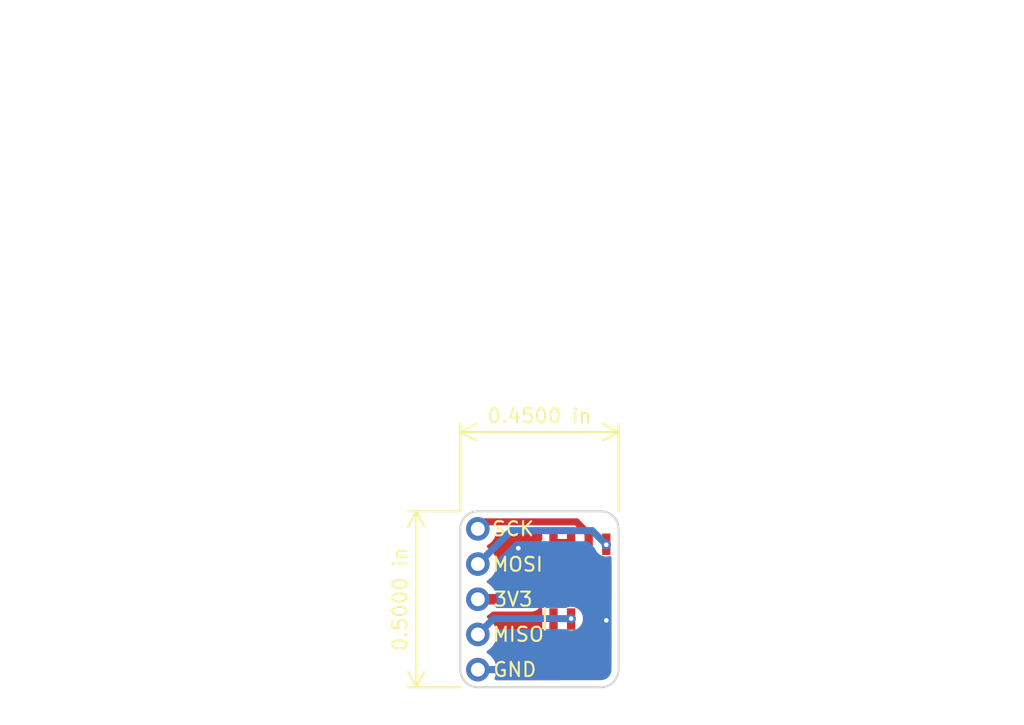
<source format=kicad_pcb>
(kicad_pcb (version 20190331) (host pcbnew "6.0.0-unknown-f877548~86~ubuntu18.04.1")

  (general
    (thickness 1.6)
    (drawings 32)
    (tracks 25)
    (modules 3)
    (nets 7)
  )

  (page "USLetter")
  (title_block
    (company "Released under the CERN Open Hardware License v1.2")
    (comment 1 "jenner@wickerbox.net - http://wickerbox.net")
    (comment 2 "Designed by Jenner at Wickerbox Electronics")
  )

  (layers
    (0 "F.Cu" signal)
    (31 "B.Cu" signal)
    (34 "B.Paste" user)
    (35 "F.Paste" user)
    (36 "B.SilkS" user)
    (37 "F.SilkS" user)
    (38 "B.Mask" user)
    (39 "F.Mask" user)
    (44 "Edge.Cuts" user)
    (46 "B.CrtYd" user)
    (47 "F.CrtYd" user)
    (48 "B.Fab" user)
    (49 "F.Fab" user)
  )

  (setup
    (last_trace_width 0.508)
    (user_trace_width 0.1524)
    (user_trace_width 0.254)
    (user_trace_width 0.3302)
    (user_trace_width 0.508)
    (user_trace_width 0.762)
    (user_trace_width 1.27)
    (trace_clearance 0.254)
    (zone_clearance 0.508)
    (zone_45_only no)
    (trace_min 0.1524)
    (via_size 0.6858)
    (via_drill 0.3302)
    (via_min_size 0.6858)
    (via_min_drill 0.3302)
    (user_via 0.6858 0.3302)
    (user_via 0.762 0.4064)
    (user_via 0.8636 0.508)
    (uvia_size 0.6858)
    (uvia_drill 0.3302)
    (uvias_allowed no)
    (uvia_min_size 0)
    (uvia_min_drill 0)
    (edge_width 0.1524)
    (segment_width 0.1524)
    (pcb_text_width 0.1524)
    (pcb_text_size 1.016 1.016)
    (mod_edge_width 0.1524)
    (mod_text_size 1.016 1.016)
    (mod_text_width 0.1524)
    (pad_size 1.524 1.524)
    (pad_drill 0.762)
    (pad_to_mask_clearance 0.0762)
    (solder_mask_min_width 0.1016)
    (pad_to_paste_clearance -0.0762)
    (aux_axis_origin 0 0)
    (visible_elements FFFFDF7D)
    (pcbplotparams
      (layerselection 0x310fc_80000001)
      (usegerberextensions true)
      (usegerberattributes false)
      (usegerberadvancedattributes false)
      (creategerberjobfile false)
      (excludeedgelayer true)
      (linewidth 0.100000)
      (plotframeref false)
      (viasonmask false)
      (mode 1)
      (useauxorigin false)
      (hpglpennumber 1)
      (hpglpenspeed 20)
      (hpglpendiameter 15.000000)
      (psnegative false)
      (psa4output false)
      (plotreference true)
      (plotvalue true)
      (plotinvisibletext false)
      (padsonsilk false)
      (subtractmaskfromsilk false)
      (outputformat 1)
      (mirror false)
      (drillshape 0)
      (scaleselection 1)
      (outputdirectory "gerbers"))
  )

  (net 0 "")
  (net 1 "GND")
  (net 2 "+3V3")
  (net 3 "/MISO")
  (net 4 "/MOSI")
  (net 5 "/SCK")
  (net 6 "/CS")

  (net_class "Default" "This is the default net class."
    (clearance 0.254)
    (trace_width 0.254)
    (via_dia 0.6858)
    (via_drill 0.3302)
    (uvia_dia 0.6858)
    (uvia_drill 0.3302)
    (add_net "+3V3")
    (add_net "/CS")
    (add_net "/MISO")
    (add_net "/MOSI")
    (add_net "/SCK")
    (add_net "GND")
  )

  (module "Flash_breakout:PinSocket_1x05_P2.54mm_Vertical" (layer "F.Cu") (tedit 5CCD178F) (tstamp 5CCD7651)
    (at 139.065 113.03)
    (descr "Through hole straight socket strip, 1x05, 2.54mm pitch, single row (from Kicad 4.0.7), script generated")
    (tags "Through hole socket strip THT 1x05 2.54mm single row")
    (path "/5CCD49EC")
    (fp_text reference "J1" (at 0 -2.77) (layer "F.Fab")
      (effects (font (size 1 1) (thickness 0.15)))
    )
    (fp_text value "Conn_01x05" (at 0.635 12.93) (layer "F.Fab")
      (effects (font (size 1 1) (thickness 0.15)))
    )
    (fp_text user "%R" (at 0 -4.445 180) (layer "F.Fab")
      (effects (font (size 1 1) (thickness 0.15)))
    )
    (pad "1" thru_hole circle (at 0 0) (size 1.7 1.7) (drill 1) (layers *.Cu *.Mask)
      (net 5 "/SCK"))
    (pad "2" thru_hole oval (at 0 2.54) (size 1.7 1.7) (drill 1) (layers *.Cu *.Mask)
      (net 4 "/MOSI"))
    (pad "3" thru_hole oval (at 0 5.08) (size 1.7 1.7) (drill 1) (layers *.Cu *.Mask)
      (net 2 "+3V3"))
    (pad "4" thru_hole oval (at 0 7.62) (size 1.7 1.7) (drill 1) (layers *.Cu *.Mask)
      (net 3 "/MISO"))
    (pad "5" thru_hole oval (at 0 10.16) (size 1.7 1.7) (drill 1) (layers *.Cu *.Mask)
      (net 1 "GND"))
  )

  (module "Flash_breakout:SOIC-8_3.9x4.9mm_P1.27mm" (layer "F.Cu") (tedit 5CCD1785) (tstamp 5CCD7AB4)
    (at 146.431 116.84 90)
    (descr "8-Lead Plastic Small Outline (SN) - Narrow, 3.90 mm Body [SOIC] (see Microchip Packaging Specification http://ww1.microchip.com/downloads/en/PackagingSpec/00000049BQ.pdf)")
    (tags "SOIC 1.27")
    (path "/5CCC88B2")
    (attr smd)
    (fp_text reference "U1" (at 4.440001 0 180) (layer "F.Fab")
      (effects (font (size 1 1) (thickness 0.15)))
    )
    (fp_text value "SPIFLASH_SOIC8208MIL" (at -9.529999 -1.905 180) (layer "F.Fab")
      (effects (font (size 1 1) (thickness 0.15)))
    )
    (fp_line (start -1.905 -2.525) (end -3.475 -2.525) (layer "F.SilkS") (width 0.15))
    (fp_text user "%R" (at 0 0 90) (layer "F.Fab")
      (effects (font (size 1 1) (thickness 0.15)))
    )
    (pad "8" smd rect (at 2.7 -1.905 90) (size 1.55 0.6) (layers "F.Cu" "F.Paste" "F.Mask")
      (net 2 "+3V3"))
    (pad "7" smd rect (at 2.7 -0.635 90) (size 1.55 0.6) (layers "F.Cu" "F.Paste" "F.Mask")
      (net 2 "+3V3"))
    (pad "6" smd rect (at 2.7 0.635 90) (size 1.55 0.6) (layers "F.Cu" "F.Paste" "F.Mask")
      (net 5 "/SCK"))
    (pad "5" smd rect (at 2.7 1.905 90) (size 1.55 0.6) (layers "F.Cu" "F.Paste" "F.Mask")
      (net 4 "/MOSI"))
    (pad "4" smd rect (at -2.7 1.905 90) (size 1.55 0.6) (layers "F.Cu" "F.Paste" "F.Mask")
      (net 1 "GND"))
    (pad "3" smd rect (at -2.7 0.635 90) (size 1.55 0.6) (layers "F.Cu" "F.Paste" "F.Mask")
      (net 2 "+3V3"))
    (pad "2" smd rect (at -2.7 -0.635 90) (size 1.55 0.6) (layers "F.Cu" "F.Paste" "F.Mask")
      (net 3 "/MISO"))
    (pad "1" smd rect (at -2.7 -1.905 90) (size 1.55 0.6) (layers "F.Cu" "F.Paste" "F.Mask")
      (net 6 "/CS"))
    (model "${KISYS3DMOD}/Package_SO.3dshapes/SOIC-8_3.9x4.9mm_P1.27mm.wrl"
      (at (xyz 0 0 0))
      (scale (xyz 1 1 1))
      (rotate (xyz 0 0 0))
    )
  )

  (module "Flash_breakout:R_0805_2012Metric_Pad1.15x1.40mm_HandSolder" (layer "F.Cu") (tedit 5CCD172C) (tstamp 5CCD7BBC)
    (at 146.685 122.555 180)
    (descr "Resistor SMD 0805 (2012 Metric), square (rectangular) end terminal, IPC_7351 nominal with elongated pad for handsoldering. (Body size source: https://docs.google.com/spreadsheets/d/1BsfQQcO9C6DZCsRaXUlFlo91Tg2WpOkGARC1WS5S8t0/edit?usp=sharing), generated with kicad-footprint-generator")
    (tags "resistor handsolder")
    (path "/5CCD4064")
    (attr smd)
    (fp_text reference "R1" (at -2.54 0 90) (layer "F.Fab")
      (effects (font (size 1 1) (thickness 0.15)))
    )
    (fp_text value "R" (at -2.54 0 90) (layer "F.Fab")
      (effects (font (size 1 1) (thickness 0.15)))
    )
    (fp_text user "%R" (at 0 0 180) (layer "F.Fab")
      (effects (font (size 0.5 0.5) (thickness 0.08)))
    )
    (fp_line (start 1 -0.6) (end 1 0.6) (layer "F.Fab") (width 0.1))
    (fp_line (start -1 0.6) (end -1 -0.6) (layer "F.Fab") (width 0.1))
    (pad "2" smd roundrect (at 1.025 0 180) (size 1.15 1.4) (layers "F.Cu" "F.Paste" "F.Mask") (roundrect_rratio 0.217391)
      (net 6 "/CS"))
    (pad "1" smd roundrect (at -1.025 0 180) (size 1.15 1.4) (layers "F.Cu" "F.Paste" "F.Mask") (roundrect_rratio 0.217391)
      (net 2 "+3V3"))
    (model "${KISYS3DMOD}/Resistor_SMD.3dshapes/R_0805_2012Metric.wrl"
      (at (xyz 0 0 0))
      (scale (xyz 1 1 1))
      (rotate (xyz 0 0 0))
    )
  )

  (gr_text "GND" (at 141.732 123.19) (layer "F.SilkS") (tstamp 5CCD7AF1)
    (effects (font (size 1.016 1.016) (thickness 0.1524)))
  )
  (gr_text "MISO" (at 141.986 120.65) (layer "F.SilkS") (tstamp 5CCD7AEF)
    (effects (font (size 1.016 1.016) (thickness 0.1524)))
  )
  (gr_text "3V3" (at 141.605 118.11) (layer "F.SilkS") (tstamp 5CCD7AED)
    (effects (font (size 1.016 1.016) (thickness 0.1524)))
  )
  (gr_text "MOSI" (at 141.9352 115.5954) (layer "F.SilkS") (tstamp 5CCD7AEB)
    (effects (font (size 1 1) (thickness 0.1524)))
  )
  (gr_text "SCK" (at 141.605 113.03) (layer "F.SilkS")
    (effects (font (size 1.016 1.016) (thickness 0.1524)))
  )
  (dimension 11.43 (width 0.1524) (layer "F.SilkS")
    (gr_text "11.430 mm" (at 143.51 104.7242) (layer "F.SilkS")
      (effects (font (size 1.016 1.016) (thickness 0.1524)))
    )
    (feature1 (pts (xy 149.225 111.76) (xy 149.225 105.458579)))
    (feature2 (pts (xy 137.795 111.76) (xy 137.795 105.458579)))
    (crossbar (pts (xy 137.795 106.045) (xy 149.225 106.045)))
    (arrow1a (pts (xy 149.225 106.045) (xy 148.098496 106.631421)))
    (arrow1b (pts (xy 149.225 106.045) (xy 148.098496 105.458579)))
    (arrow2a (pts (xy 137.795 106.045) (xy 138.921504 106.631421)))
    (arrow2b (pts (xy 137.795 106.045) (xy 138.921504 105.458579)))
  )
  (dimension 12.7 (width 0.1524) (layer "F.SilkS")
    (gr_text "12.700 mm" (at 133.2992 118.11 90) (layer "F.SilkS")
      (effects (font (size 1.016 1.016) (thickness 0.1524)))
    )
    (feature1 (pts (xy 137.795 111.76) (xy 134.033579 111.76)))
    (feature2 (pts (xy 137.795 124.46) (xy 134.033579 124.46)))
    (crossbar (pts (xy 134.62 124.46) (xy 134.62 111.76)))
    (arrow1a (pts (xy 134.62 111.76) (xy 135.206421 112.886504)))
    (arrow1b (pts (xy 134.62 111.76) (xy 134.033579 112.886504)))
    (arrow2a (pts (xy 134.62 124.46) (xy 135.206421 123.333496)))
    (arrow2b (pts (xy 134.62 124.46) (xy 134.033579 123.333496)))
  )
  (gr_arc (start 139.065 123.19) (end 137.795 123.19) (angle -90) (layer "Edge.Cuts") (width 0.1524) (tstamp 5CCD769C))
  (gr_arc (start 147.955 123.19) (end 147.955 124.46) (angle -90) (layer "Edge.Cuts") (width 0.1524) (tstamp 5CCD7697))
  (gr_arc (start 147.955 113.03) (end 149.225 113.03) (angle -90) (layer "Edge.Cuts") (width 0.1524) (tstamp 5CCD7692))
  (gr_arc (start 139.065 113.03) (end 139.065 111.76) (angle -90) (layer "Edge.Cuts") (width 0.1524))
  (gr_line (start 137.795 123.19) (end 137.795 113.03) (layer "Edge.Cuts") (width 0.1524) (tstamp 5CCD6D21))
  (gr_line (start 147.955 124.46) (end 139.065 124.46) (layer "Edge.Cuts") (width 0.1524))
  (gr_line (start 149.225 113.03) (end 149.225 123.19) (layer "Edge.Cuts") (width 0.1524))
  (gr_line (start 139.065 111.76) (end 147.955 111.76) (layer "Edge.Cuts") (width 0.1524))
  (gr_circle (center 117.348 76.962) (end 118.618 76.962) (layer "Dwgs.User") (width 0.15))
  (gr_line (start 114.427 78.994) (end 114.427 74.93) (angle 90) (layer "Dwgs.User") (width 0.15))
  (gr_line (start 120.269 78.994) (end 114.427 78.994) (angle 90) (layer "Dwgs.User") (width 0.15))
  (gr_line (start 120.269 74.93) (end 120.269 78.994) (angle 90) (layer "Dwgs.User") (width 0.15))
  (gr_line (start 114.427 74.93) (end 120.269 74.93) (angle 90) (layer "Dwgs.User") (width 0.15))
  (gr_line (start 120.523 93.98) (end 104.648 93.98) (angle 90) (layer "Dwgs.User") (width 0.15))
  (gr_line (start 173.355 102.235) (end 173.355 94.615) (angle 90) (layer "Dwgs.User") (width 0.15))
  (gr_line (start 178.435 102.235) (end 173.355 102.235) (angle 90) (layer "Dwgs.User") (width 0.15))
  (gr_line (start 178.435 94.615) (end 178.435 102.235) (angle 90) (layer "Dwgs.User") (width 0.15))
  (gr_line (start 173.355 94.615) (end 178.435 94.615) (angle 90) (layer "Dwgs.User") (width 0.15))
  (gr_line (start 109.093 123.19) (end 109.093 114.3) (angle 90) (layer "Dwgs.User") (width 0.15))
  (gr_line (start 122.428 123.19) (end 109.093 123.19) (angle 90) (layer "Dwgs.User") (width 0.15))
  (gr_line (start 122.428 114.3) (end 122.428 123.19) (angle 90) (layer "Dwgs.User") (width 0.15))
  (gr_line (start 109.093 114.3) (end 122.428 114.3) (angle 90) (layer "Dwgs.User") (width 0.15))
  (gr_line (start 104.648 93.98) (end 104.648 82.55) (angle 90) (layer "Dwgs.User") (width 0.15))
  (gr_line (start 120.523 82.55) (end 120.523 93.98) (angle 90) (layer "Dwgs.User") (width 0.15))
  (gr_line (start 104.648 82.55) (end 120.523 82.55) (angle 90) (layer "Dwgs.User") (width 0.15))

  (via (at 148.336 119.634) (size 0.6858) (drill 0.3302) (layers "F.Cu" "B.Cu") (net 1))
  (via (at 141.986 114.427) (size 0.6858) (drill 0.3302) (layers "F.Cu" "B.Cu") (net 1))
  (via (at 145.796 119.507) (size 0.6858) (drill 0.3302) (layers "F.Cu" "B.Cu") (net 3))
  (via (at 148.336 114.173) (size 0.6858) (drill 0.3302) (layers "F.Cu" "B.Cu") (net 4))
  (segment (start 147.066 121.911) (end 147.066 119.54) (width 0.762) (layer "F.Cu") (net 2))
  (segment (start 147.71 122.555) (end 147.066 121.911) (width 0.762) (layer "F.Cu") (net 2))
  (segment (start 144.526 114.14) (end 145.796 114.14) (width 0.762) (layer "F.Cu") (net 2))
  (segment (start 142.875 118.11) (end 144.526 116.459) (width 0.762) (layer "F.Cu") (net 2))
  (segment (start 144.526 116.459) (end 144.526 114.14) (width 0.762) (layer "F.Cu") (net 2))
  (segment (start 139.065 118.11) (end 142.875 118.11) (width 0.762) (layer "F.Cu") (net 2))
  (segment (start 144.145 116.84) (end 143.764 117.221) (width 0.762) (layer "F.Cu") (net 2))
  (segment (start 145.903 116.84) (end 144.145 116.84) (width 0.762) (layer "F.Cu") (net 2))
  (segment (start 147.066 119.54) (end 147.066 118.003) (width 0.762) (layer "F.Cu") (net 2))
  (segment (start 147.066 118.003) (end 145.903 116.84) (width 0.762) (layer "F.Cu") (net 2))
  (segment (start 140.208 119.507) (end 139.065 120.65) (width 0.508) (layer "B.Cu") (net 3))
  (segment (start 145.796 119.507) (end 140.208 119.507) (width 0.508) (layer "B.Cu") (net 3))
  (segment (start 141.478 113.157) (end 139.065 115.57) (width 0.508) (layer "B.Cu") (net 4))
  (segment (start 148.336 114.173) (end 147.32 113.157) (width 0.508) (layer "B.Cu") (net 4))
  (segment (start 147.32 113.157) (end 141.478 113.157) (width 0.508) (layer "B.Cu") (net 4))
  (segment (start 139.573 112.522) (end 139.065 113.03) (width 0.508) (layer "F.Cu") (net 5))
  (segment (start 146.177 112.522) (end 139.573 112.522) (width 0.508) (layer "F.Cu") (net 5))
  (segment (start 147.066 114.14) (end 147.066 113.411) (width 0.508) (layer "F.Cu") (net 5))
  (segment (start 147.066 113.411) (end 146.177 112.522) (width 0.508) (layer "F.Cu") (net 5))
  (segment (start 144.526 121.421) (end 144.526 119.54) (width 0.508) (layer "F.Cu") (net 6))
  (segment (start 145.66 122.555) (end 144.526 121.421) (width 0.508) (layer "F.Cu") (net 6))

  (zone (net 1) (net_name "GND") (layer "F.Cu") (tstamp 0) (hatch edge 0.508)
    (connect_pads (clearance 0.508))
    (min_thickness 0.254)
    (fill yes (arc_segments 32) (thermal_gap 0.508) (thermal_bridge_width 0.508))
    (polygon
      (pts
        (xy 149.86 111.125) (xy 149.86 125.095) (xy 137.16 125.095) (xy 137.16 111.125)
      )
    )
    (filled_polygon
      (pts
        (xy 143.587928 120.315) (xy 143.600188 120.439482) (xy 143.636498 120.55918) (xy 143.637 120.56012) (xy 143.637 121.37734)
        (xy 143.6327 121.421) (xy 143.637 121.46466) (xy 143.637 121.464666) (xy 143.642481 121.520313) (xy 143.649864 121.595274)
        (xy 143.671998 121.668241) (xy 143.700697 121.76285) (xy 143.783247 121.91729) (xy 143.894341 122.052659) (xy 143.928264 122.080499)
        (xy 144.446928 122.599163) (xy 144.446928 123.005001) (xy 144.463992 123.178255) (xy 144.514528 123.344851) (xy 144.596595 123.498387)
        (xy 144.707038 123.632962) (xy 144.841613 123.743405) (xy 144.994266 123.825) (xy 140.399476 123.825) (xy 140.461825 123.694099)
        (xy 140.506476 123.54689) (xy 140.385155 123.317) (xy 139.192 123.317) (xy 139.192 123.337) (xy 138.938 123.337)
        (xy 138.938 123.317) (xy 138.918 123.317) (xy 138.918 123.063) (xy 138.938 123.063) (xy 138.938 123.043)
        (xy 139.192 123.043) (xy 139.192 123.063) (xy 140.385155 123.063) (xy 140.506476 122.83311) (xy 140.461825 122.685901)
        (xy 140.336641 122.42308) (xy 140.162588 122.189731) (xy 139.946355 121.994822) (xy 139.829477 121.925201) (xy 139.894014 121.890706)
        (xy 140.120134 121.705134) (xy 140.305706 121.479014) (xy 140.443599 121.221034) (xy 140.528513 120.941111) (xy 140.557185 120.65)
        (xy 140.528513 120.358889) (xy 140.443599 120.078966) (xy 140.305706 119.820986) (xy 140.120134 119.594866) (xy 139.894014 119.409294)
        (xy 139.839209 119.38) (xy 139.894014 119.350706) (xy 140.120134 119.165134) (xy 140.15225 119.126) (xy 142.825098 119.126)
        (xy 142.875 119.130915) (xy 142.924902 119.126) (xy 143.074171 119.111298) (xy 143.265687 119.053202) (xy 143.44219 118.95886)
        (xy 143.587928 118.839256)
      )
    )
    (filled_polygon
      (pts
        (xy 147.79182 115.504502) (xy 147.911518 115.540812) (xy 148.036 115.553072) (xy 148.59 115.553072) (xy 148.590001 118.161749)
        (xy 148.463 118.28875) (xy 148.463 119.413) (xy 148.483 119.413) (xy 148.483 119.667) (xy 148.463 119.667)
        (xy 148.463 120.79125) (xy 148.590001 120.918251) (xy 148.590001 121.41716) (xy 148.528387 121.366595) (xy 148.374851 121.284528)
        (xy 148.208255 121.233992) (xy 148.082 121.221557) (xy 148.082 120.91825) (xy 148.209 120.79125) (xy 148.209 119.667)
        (xy 148.189 119.667) (xy 148.189 119.413) (xy 148.209 119.413) (xy 148.209 118.28875) (xy 148.082 118.16175)
        (xy 148.082 118.052893) (xy 148.086914 118.002999) (xy 148.082 117.953105) (xy 148.082 117.953098) (xy 148.067298 117.803829)
        (xy 148.009202 117.612313) (xy 147.91486 117.43581) (xy 147.787896 117.281104) (xy 147.749133 117.249292) (xy 146.656712 116.156872)
        (xy 146.624896 116.118104) (xy 146.47019 115.99114) (xy 146.293687 115.896798) (xy 146.102171 115.838702) (xy 145.952902 115.824)
        (xy 145.903 115.819085) (xy 145.853098 115.824) (xy 145.542 115.824) (xy 145.542 115.553072) (xy 146.096 115.553072)
        (xy 146.220482 115.540812) (xy 146.34018 115.504502) (xy 146.431 115.455957) (xy 146.52182 115.504502) (xy 146.641518 115.540812)
        (xy 146.766 115.553072) (xy 147.366 115.553072) (xy 147.490482 115.540812) (xy 147.61018 115.504502) (xy 147.701 115.455957)
      )
    )
    (filled_polygon
      (pts
        (xy 143.587928 113.739715) (xy 143.582798 113.749313) (xy 143.524702 113.940829) (xy 143.505085 114.14) (xy 143.510001 114.189912)
        (xy 143.51 116.038159) (xy 143.461868 116.086291) (xy 143.423104 116.118104) (xy 143.391291 116.156868) (xy 142.45416 117.094)
        (xy 140.15225 117.094) (xy 140.120134 117.054866) (xy 139.894014 116.869294) (xy 139.839209 116.84) (xy 139.894014 116.810706)
        (xy 140.120134 116.625134) (xy 140.305706 116.399014) (xy 140.443599 116.141034) (xy 140.528513 115.861111) (xy 140.557185 115.57)
        (xy 140.528513 115.278889) (xy 140.443599 114.998966) (xy 140.305706 114.740986) (xy 140.120134 114.514866) (xy 139.894014 114.329294)
        (xy 139.838115 114.299415) (xy 140.011632 114.183475) (xy 140.218475 113.976632) (xy 140.38099 113.733411) (xy 140.492932 113.463158)
        (xy 140.503307 113.411) (xy 143.587928 113.411)
      )
    )
  )
  (zone (net 1) (net_name "GND") (layer "B.Cu") (tstamp 0) (hatch edge 0.508)
    (connect_pads (clearance 0.508))
    (min_thickness 0.254)
    (fill yes (arc_segments 32) (thermal_gap 0.508) (thermal_bridge_width 0.508))
    (polygon
      (pts
        (xy 137.16 111.125) (xy 149.86 111.125) (xy 149.86 125.095) (xy 137.16 125.095)
      )
    )
    (filled_polygon
      (pts
        (xy 147.418076 114.512312) (xy 147.469396 114.63621) (xy 147.576415 114.796375) (xy 147.712625 114.932585) (xy 147.87279 115.039604)
        (xy 148.050757 115.11332) (xy 148.239685 115.1509) (xy 148.432315 115.1509) (xy 148.59 115.119535) (xy 148.590001 123.158937)
        (xy 148.57492 123.312747) (xy 148.539272 123.430816) (xy 148.481369 123.539718) (xy 148.403415 123.635299) (xy 148.308385 123.713914)
        (xy 148.199891 123.772577) (xy 148.082076 123.809047) (xy 147.930289 123.825) (xy 140.399476 123.825) (xy 140.461825 123.694099)
        (xy 140.506476 123.54689) (xy 140.385155 123.317) (xy 139.192 123.317) (xy 139.192 123.337) (xy 138.938 123.337)
        (xy 138.938 123.317) (xy 138.918 123.317) (xy 138.918 123.063) (xy 138.938 123.063) (xy 138.938 123.043)
        (xy 139.192 123.043) (xy 139.192 123.063) (xy 140.385155 123.063) (xy 140.506476 122.83311) (xy 140.461825 122.685901)
        (xy 140.336641 122.42308) (xy 140.162588 122.189731) (xy 139.946355 121.994822) (xy 139.829477 121.925201) (xy 139.894014 121.890706)
        (xy 140.120134 121.705134) (xy 140.305706 121.479014) (xy 140.443599 121.221034) (xy 140.528513 120.941111) (xy 140.557185 120.65)
        (xy 140.536119 120.436116) (xy 140.576236 120.396) (xy 145.386859 120.396) (xy 145.510757 120.44732) (xy 145.699685 120.4849)
        (xy 145.892315 120.4849) (xy 146.081243 120.44732) (xy 146.25921 120.373604) (xy 146.419375 120.266585) (xy 146.555585 120.130375)
        (xy 146.662604 119.97021) (xy 146.73632 119.792243) (xy 146.7739 119.603315) (xy 146.7739 119.410685) (xy 146.73632 119.221757)
        (xy 146.662604 119.04379) (xy 146.555585 118.883625) (xy 146.419375 118.747415) (xy 146.25921 118.640396) (xy 146.081243 118.56668)
        (xy 145.892315 118.5291) (xy 145.699685 118.5291) (xy 145.510757 118.56668) (xy 145.386859 118.618) (xy 140.46272 118.618)
        (xy 140.528513 118.401111) (xy 140.557185 118.11) (xy 140.528513 117.818889) (xy 140.443599 117.538966) (xy 140.305706 117.280986)
        (xy 140.120134 117.054866) (xy 139.894014 116.869294) (xy 139.839209 116.84) (xy 139.894014 116.810706) (xy 140.120134 116.625134)
        (xy 140.305706 116.399014) (xy 140.443599 116.141034) (xy 140.528513 115.861111) (xy 140.557185 115.57) (xy 140.536119 115.356116)
        (xy 141.846235 114.046) (xy 146.951765 114.046)
      )
    )
  )
)

</source>
